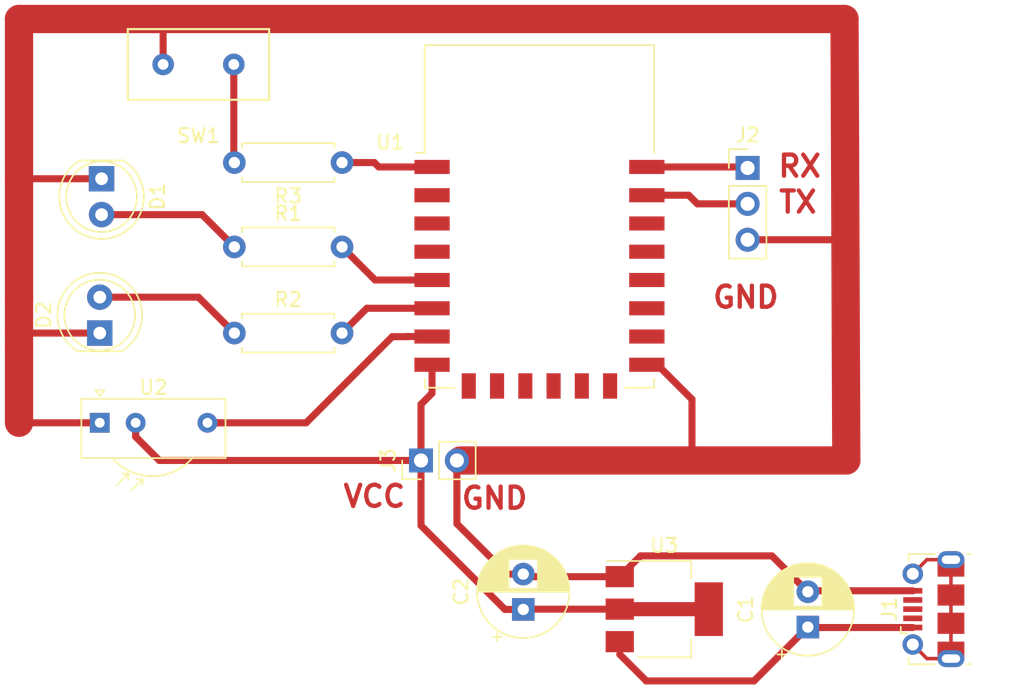
<source format=kicad_pcb>
(kicad_pcb (version 20171130) (host pcbnew "(5.0.0)")

  (general
    (thickness 1.6)
    (drawings 13)
    (tracks 89)
    (zones 0)
    (modules 14)
    (nets 31)
  )

  (page A4)
  (layers
    (0 F.Cu signal)
    (31 B.Cu signal)
    (32 B.Adhes user)
    (33 F.Adhes user)
    (34 B.Paste user)
    (35 F.Paste user)
    (36 B.SilkS user)
    (37 F.SilkS user)
    (38 B.Mask user)
    (39 F.Mask user)
    (40 Dwgs.User user)
    (41 Cmts.User user)
    (42 Eco1.User user)
    (43 Eco2.User user)
    (44 Edge.Cuts user)
    (45 Margin user)
    (46 B.CrtYd user)
    (47 F.CrtYd user)
    (48 B.Fab user)
    (49 F.Fab user)
  )

  (setup
    (last_trace_width 0.5)
    (trace_clearance 0.2)
    (zone_clearance 0.508)
    (zone_45_only yes)
    (trace_min 0.2)
    (segment_width 0.2)
    (edge_width 0.05)
    (via_size 0.8)
    (via_drill 0.4)
    (via_min_size 0.4)
    (via_min_drill 0.3)
    (uvia_size 0.3)
    (uvia_drill 0.1)
    (uvias_allowed no)
    (uvia_min_size 0.2)
    (uvia_min_drill 0.1)
    (pcb_text_width 0.3)
    (pcb_text_size 1.5 1.5)
    (mod_edge_width 0.12)
    (mod_text_size 1 1)
    (mod_text_width 0.15)
    (pad_size 1.524 1.524)
    (pad_drill 0.762)
    (pad_to_mask_clearance 0.05)
    (aux_axis_origin 0 0)
    (visible_elements 7FFFFFFF)
    (pcbplotparams
      (layerselection 0x00000_7fffffff)
      (usegerberextensions false)
      (usegerberattributes true)
      (usegerberadvancedattributes true)
      (creategerberjobfile true)
      (excludeedgelayer true)
      (linewidth 0.100000)
      (plotframeref false)
      (viasonmask false)
      (mode 1)
      (useauxorigin false)
      (hpglpennumber 1)
      (hpglpenspeed 20)
      (hpglpendiameter 15.000000)
      (psnegative false)
      (psa4output false)
      (plotreference true)
      (plotvalue true)
      (plotinvisibletext false)
      (padsonsilk false)
      (subtractmaskfromsilk false)
      (outputformat 2)
      (mirror false)
      (drillshape 2)
      (scaleselection 1)
      (outputdirectory "R:/d"))
  )

  (net 0 "")
  (net 1 "Net-(D1-Pad2)")
  (net 2 "Net-(U1-Pad20)")
  (net 3 "Net-(U1-Pad19)")
  (net 4 "Net-(U1-Pad18)")
  (net 5 "Net-(U1-Pad17)")
  (net 6 "Net-(U1-Pad16)")
  (net 7 "Net-(U1-Pad14)")
  (net 8 "Net-(U1-Pad13)")
  (net 9 "Net-(U1-Pad12)")
  (net 10 "Net-(U1-Pad11)")
  (net 11 "Net-(U1-Pad10)")
  (net 12 "Net-(U1-Pad9)")
  (net 13 "Net-(R2-Pad2)")
  (net 14 "Net-(R1-Pad2)")
  (net 15 "Net-(U1-Pad4)")
  (net 16 "Net-(U1-Pad3)")
  (net 17 "Net-(U1-Pad2)")
  (net 18 "Net-(R3-Pad2)")
  (net 19 "Net-(D2-Pad2)")
  (net 20 "Net-(R3-Pad1)")
  (net 21 "Net-(J1-Pad6)")
  (net 22 "Net-(J1-Pad3)")
  (net 23 "Net-(J1-Pad4)")
  (net 24 "Net-(J1-Pad2)")
  (net 25 "Net-(J2-Pad1)")
  (net 26 "Net-(J2-Pad2)")
  (net 27 GNDD)
  (net 28 "Net-(C2-Pad1)")
  (net 29 "Net-(C1-Pad1)")
  (net 30 "Net-(U1-Pad7)")

  (net_class Default "This is the default net class."
    (clearance 0.2)
    (trace_width 0.5)
    (via_dia 0.8)
    (via_drill 0.4)
    (uvia_dia 0.3)
    (uvia_drill 0.1)
    (add_net GNDD)
    (add_net "Net-(C1-Pad1)")
    (add_net "Net-(C2-Pad1)")
    (add_net "Net-(D1-Pad2)")
    (add_net "Net-(D2-Pad2)")
    (add_net "Net-(J1-Pad2)")
    (add_net "Net-(J1-Pad3)")
    (add_net "Net-(J1-Pad4)")
    (add_net "Net-(J1-Pad6)")
    (add_net "Net-(J2-Pad1)")
    (add_net "Net-(J2-Pad2)")
    (add_net "Net-(R1-Pad2)")
    (add_net "Net-(R2-Pad2)")
    (add_net "Net-(R3-Pad1)")
    (add_net "Net-(R3-Pad2)")
    (add_net "Net-(U1-Pad10)")
    (add_net "Net-(U1-Pad11)")
    (add_net "Net-(U1-Pad12)")
    (add_net "Net-(U1-Pad13)")
    (add_net "Net-(U1-Pad14)")
    (add_net "Net-(U1-Pad16)")
    (add_net "Net-(U1-Pad17)")
    (add_net "Net-(U1-Pad18)")
    (add_net "Net-(U1-Pad19)")
    (add_net "Net-(U1-Pad2)")
    (add_net "Net-(U1-Pad20)")
    (add_net "Net-(U1-Pad3)")
    (add_net "Net-(U1-Pad4)")
    (add_net "Net-(U1-Pad7)")
    (add_net "Net-(U1-Pad9)")
  )

  (module LED_THT:LED_D5.0mm (layer F.Cu) (tedit 5995936A) (tstamp 5EF91150)
    (at 57.785 48.895 90)
    (descr "LED, diameter 5.0mm, 2 pins, http://cdn-reichelt.de/documents/datenblatt/A500/LL-504BC2E-009.pdf")
    (tags "LED diameter 5.0mm 2 pins")
    (path /5EC8BDC8)
    (fp_text reference D2 (at 1.27 -3.96 90) (layer F.SilkS)
      (effects (font (size 1 1) (thickness 0.15)))
    )
    (fp_text value LED (at 1.27 3.96 90) (layer F.Fab)
      (effects (font (size 1 1) (thickness 0.15)))
    )
    (fp_arc (start 1.27 0) (end -1.23 -1.469694) (angle 299.1) (layer F.Fab) (width 0.1))
    (fp_arc (start 1.27 0) (end -1.29 -1.54483) (angle 148.9) (layer F.SilkS) (width 0.12))
    (fp_arc (start 1.27 0) (end -1.29 1.54483) (angle -148.9) (layer F.SilkS) (width 0.12))
    (fp_circle (center 1.27 0) (end 3.77 0) (layer F.Fab) (width 0.1))
    (fp_circle (center 1.27 0) (end 3.77 0) (layer F.SilkS) (width 0.12))
    (fp_line (start -1.23 -1.469694) (end -1.23 1.469694) (layer F.Fab) (width 0.1))
    (fp_line (start -1.29 -1.545) (end -1.29 1.545) (layer F.SilkS) (width 0.12))
    (fp_line (start -1.95 -3.25) (end -1.95 3.25) (layer F.CrtYd) (width 0.05))
    (fp_line (start -1.95 3.25) (end 4.5 3.25) (layer F.CrtYd) (width 0.05))
    (fp_line (start 4.5 3.25) (end 4.5 -3.25) (layer F.CrtYd) (width 0.05))
    (fp_line (start 4.5 -3.25) (end -1.95 -3.25) (layer F.CrtYd) (width 0.05))
    (fp_text user %R (at 1.25 0 90) (layer F.Fab)
      (effects (font (size 0.8 0.8) (thickness 0.2)))
    )
    (pad 1 thru_hole rect (at 0 0 90) (size 1.8 1.8) (drill 0.9) (layers *.Cu *.Mask)
      (net 27 GNDD))
    (pad 2 thru_hole circle (at 2.54 0 90) (size 1.8 1.8) (drill 0.9) (layers *.Cu *.Mask)
      (net 19 "Net-(D2-Pad2)"))
    (model ${KISYS3DMOD}/LED_THT.3dshapes/LED_D5.0mm.wrl
      (at (xyz 0 0 0))
      (scale (xyz 1 1 1))
      (rotate (xyz 0 0 0))
    )
  )

  (module Connector_PinHeader_2.54mm:PinHeader_1x02_P2.54mm_Vertical (layer F.Cu) (tedit 59FED5CC) (tstamp 5EF8A81F)
    (at 80.518 57.912 90)
    (descr "Through hole straight pin header, 1x02, 2.54mm pitch, single row")
    (tags "Through hole pin header THT 1x02 2.54mm single row")
    (path /5EF6F546)
    (fp_text reference J3 (at 0 -2.33 90) (layer F.SilkS)
      (effects (font (size 1 1) (thickness 0.15)))
    )
    (fp_text value ext.power (at 0 4.87 90) (layer F.Fab)
      (effects (font (size 1 1) (thickness 0.15)))
    )
    (fp_line (start -0.635 -1.27) (end 1.27 -1.27) (layer F.Fab) (width 0.1))
    (fp_line (start 1.27 -1.27) (end 1.27 3.81) (layer F.Fab) (width 0.1))
    (fp_line (start 1.27 3.81) (end -1.27 3.81) (layer F.Fab) (width 0.1))
    (fp_line (start -1.27 3.81) (end -1.27 -0.635) (layer F.Fab) (width 0.1))
    (fp_line (start -1.27 -0.635) (end -0.635 -1.27) (layer F.Fab) (width 0.1))
    (fp_line (start -1.33 3.87) (end 1.33 3.87) (layer F.SilkS) (width 0.12))
    (fp_line (start -1.33 1.27) (end -1.33 3.87) (layer F.SilkS) (width 0.12))
    (fp_line (start 1.33 1.27) (end 1.33 3.87) (layer F.SilkS) (width 0.12))
    (fp_line (start -1.33 1.27) (end 1.33 1.27) (layer F.SilkS) (width 0.12))
    (fp_line (start -1.33 0) (end -1.33 -1.33) (layer F.SilkS) (width 0.12))
    (fp_line (start -1.33 -1.33) (end 0 -1.33) (layer F.SilkS) (width 0.12))
    (fp_line (start -1.8 -1.8) (end -1.8 4.35) (layer F.CrtYd) (width 0.05))
    (fp_line (start -1.8 4.35) (end 1.8 4.35) (layer F.CrtYd) (width 0.05))
    (fp_line (start 1.8 4.35) (end 1.8 -1.8) (layer F.CrtYd) (width 0.05))
    (fp_line (start 1.8 -1.8) (end -1.8 -1.8) (layer F.CrtYd) (width 0.05))
    (fp_text user %R (at 0 1.27 180) (layer F.Fab)
      (effects (font (size 1 1) (thickness 0.15)))
    )
    (pad 1 thru_hole rect (at 0 0 90) (size 1.7 1.7) (drill 1) (layers *.Cu *.Mask)
      (net 28 "Net-(C2-Pad1)"))
    (pad 2 thru_hole oval (at 0 2.54 90) (size 1.7 1.7) (drill 1) (layers *.Cu *.Mask)
      (net 27 GNDD))
    (model ${KISYS3DMOD}/Connector_PinHeader_2.54mm.3dshapes/PinHeader_1x02_P2.54mm_Vertical.wrl
      (at (xyz 0 0 0))
      (scale (xyz 1 1 1))
      (rotate (xyz 0 0 0))
    )
  )

  (module OptoDevice:Vishay_CAST-3Pin (layer F.Cu) (tedit 5A6C9AD7) (tstamp 5EF7B7ED)
    (at 57.785 55.245)
    (descr "IR Receiver Vishay TSOP-xxxx, CAST package, see https://www.vishay.com/docs/82493/tsop311.pdf")
    (tags "IRReceiverVishayTSOP-xxxx CAST")
    (path /5EF6DEAB)
    (fp_text reference U2 (at 3.8 -2.5) (layer F.SilkS)
      (effects (font (size 1 1) (thickness 0.15)))
    )
    (fp_text value TSOP1738 (at 3.4 4.8 180) (layer F.Fab)
      (effects (font (size 1 1) (thickness 0.15)))
    )
    (fp_line (start 0.3 -2.3) (end 0 -1.9) (layer F.SilkS) (width 0.12))
    (fp_line (start -0.3 -2.3) (end 0.3 -2.3) (layer F.SilkS) (width 0.12))
    (fp_line (start 0 -1.9) (end -0.3 -2.3) (layer F.SilkS) (width 0.12))
    (fp_text user %R (at 3.8 1.017) (layer F.Fab)
      (effects (font (size 1 1) (thickness 0.15)))
    )
    (fp_line (start 0.9 2.5) (end 6.6 2.5) (layer F.SilkS) (width 0.12))
    (fp_line (start 6.5 2.5) (end 8.9 2.5) (layer F.SilkS) (width 0.12))
    (fp_line (start 8.9 2.5) (end 8.9 -1.7) (layer F.SilkS) (width 0.12))
    (fp_line (start 8.9 -1.7) (end -1.3 -1.7) (layer F.SilkS) (width 0.12))
    (fp_line (start -1.3 -1.7) (end -1.3 2.5) (layer F.SilkS) (width 0.12))
    (fp_line (start -1.3 2.5) (end 0.9 2.5) (layer F.SilkS) (width 0.12))
    (fp_line (start -1.2 -1.6) (end 8.8 -1.6) (layer F.Fab) (width 0.1))
    (fp_line (start 8.8 -1.6) (end 8.8 2.4) (layer F.Fab) (width 0.1))
    (fp_line (start 8.8 2.4) (end -1.2 2.4) (layer F.Fab) (width 0.1))
    (fp_line (start -1.2 2.4) (end -1.2 -1.6) (layer F.Fab) (width 0.1))
    (fp_line (start 2.02 3.6) (end 1.62 3.6) (layer F.SilkS) (width 0.12))
    (fp_line (start 2.02 3.6) (end 2.02 4) (layer F.SilkS) (width 0.12))
    (fp_line (start 2.02 3.6) (end 1.22 4.4) (layer F.SilkS) (width 0.12))
    (fp_line (start 3.02 4) (end 2.22 4.8) (layer F.SilkS) (width 0.12))
    (fp_line (start 3.02 4) (end 3.02 4.4) (layer F.SilkS) (width 0.12))
    (fp_line (start 3.02 4) (end 2.62 4) (layer F.SilkS) (width 0.12))
    (fp_line (start -1.45 -1.85) (end 9.05 -1.85) (layer F.CrtYd) (width 0.05))
    (fp_line (start -1.45 -1.85) (end -1.45 3.88) (layer F.CrtYd) (width 0.05))
    (fp_line (start 9.05 3.88) (end 9.05 -1.85) (layer F.CrtYd) (width 0.05))
    (fp_line (start 9.05 3.88) (end -1.45 3.88) (layer F.CrtYd) (width 0.05))
    (fp_arc (start 3.72 0) (end 6.55 2.5) (angle 97) (layer F.SilkS) (width 0.12))
    (fp_arc (start 3.72 -0.15) (end 6.47 2.45) (angle 93.5) (layer F.Fab) (width 0.1))
    (pad 1 thru_hole rect (at 0 0) (size 1.4 1.4) (drill 0.7) (layers *.Cu *.Mask)
      (net 27 GNDD))
    (pad 2 thru_hole circle (at 2.54 0) (size 1.4 1.4) (drill 0.7) (layers *.Cu *.Mask)
      (net 28 "Net-(C2-Pad1)"))
    (pad 3 thru_hole circle (at 7.62 0) (size 1.4 1.4) (drill 0.7) (layers *.Cu *.Mask)
      (net 30 "Net-(U1-Pad7)"))
    (model ${KISYS3DMOD}/OptoDevice.3dshapes/Vishay_CAST-3Pin.wrl
      (at (xyz 0 0 0))
      (scale (xyz 1 1 1))
      (rotate (xyz 0 0 0))
    )
  )

  (module "Button_Switch_THT:Button Tactile 5 MM" (layer F.Cu) (tedit 5EF5DB60) (tstamp 5EF78D24)
    (at 64.77 32.385)
    (path /5EE64224)
    (fp_text reference SW1 (at 0 2.54) (layer F.SilkS)
      (effects (font (size 1 1) (thickness 0.15)))
    )
    (fp_text value SW_DPST_x2 (at 0 0) (layer F.Fab)
      (effects (font (size 1 1) (thickness 0.15)))
    )
    (fp_line (start -5 0) (end -5 -5) (layer F.SilkS) (width 0.15))
    (fp_line (start 5 0) (end -5 0) (layer F.SilkS) (width 0.15))
    (fp_line (start 5 -5) (end 5 0) (layer F.SilkS) (width 0.15))
    (fp_line (start -5 -5) (end 5 -5) (layer F.SilkS) (width 0.15))
    (pad 2 thru_hole circle (at 2.5 -2.5) (size 1.524 1.524) (drill 0.762) (layers *.Cu *.Mask)
      (net 18 "Net-(R3-Pad2)"))
    (pad 1 thru_hole circle (at -2.5 -2.5) (size 1.524 1.524) (drill 0.762) (layers *.Cu *.Mask)
      (net 27 GNDD))
  )

  (module Resistor_THT:R_Axial_DIN0207_L6.3mm_D2.5mm_P7.62mm_Horizontal (layer F.Cu) (tedit 5AE5139B) (tstamp 5EF74669)
    (at 67.31 48.895)
    (descr "Resistor, Axial_DIN0207 series, Axial, Horizontal, pin pitch=7.62mm, 0.25W = 1/4W, length*diameter=6.3*2.5mm^2, http://cdn-reichelt.de/documents/datenblatt/B400/1_4W%23YAG.pdf")
    (tags "Resistor Axial_DIN0207 series Axial Horizontal pin pitch 7.62mm 0.25W = 1/4W length 6.3mm diameter 2.5mm")
    (path /5EC8B233)
    (fp_text reference R2 (at 3.81 -2.37) (layer F.SilkS)
      (effects (font (size 1 1) (thickness 0.15)))
    )
    (fp_text value "220 Ohm" (at 3.81 2.37) (layer F.Fab)
      (effects (font (size 1 1) (thickness 0.15)))
    )
    (fp_text user %R (at 3.81 0) (layer F.Fab)
      (effects (font (size 1 1) (thickness 0.15)))
    )
    (fp_line (start 8.67 -1.5) (end -1.05 -1.5) (layer F.CrtYd) (width 0.05))
    (fp_line (start 8.67 1.5) (end 8.67 -1.5) (layer F.CrtYd) (width 0.05))
    (fp_line (start -1.05 1.5) (end 8.67 1.5) (layer F.CrtYd) (width 0.05))
    (fp_line (start -1.05 -1.5) (end -1.05 1.5) (layer F.CrtYd) (width 0.05))
    (fp_line (start 7.08 1.37) (end 7.08 1.04) (layer F.SilkS) (width 0.12))
    (fp_line (start 0.54 1.37) (end 7.08 1.37) (layer F.SilkS) (width 0.12))
    (fp_line (start 0.54 1.04) (end 0.54 1.37) (layer F.SilkS) (width 0.12))
    (fp_line (start 7.08 -1.37) (end 7.08 -1.04) (layer F.SilkS) (width 0.12))
    (fp_line (start 0.54 -1.37) (end 7.08 -1.37) (layer F.SilkS) (width 0.12))
    (fp_line (start 0.54 -1.04) (end 0.54 -1.37) (layer F.SilkS) (width 0.12))
    (fp_line (start 7.62 0) (end 6.96 0) (layer F.Fab) (width 0.1))
    (fp_line (start 0 0) (end 0.66 0) (layer F.Fab) (width 0.1))
    (fp_line (start 6.96 -1.25) (end 0.66 -1.25) (layer F.Fab) (width 0.1))
    (fp_line (start 6.96 1.25) (end 6.96 -1.25) (layer F.Fab) (width 0.1))
    (fp_line (start 0.66 1.25) (end 6.96 1.25) (layer F.Fab) (width 0.1))
    (fp_line (start 0.66 -1.25) (end 0.66 1.25) (layer F.Fab) (width 0.1))
    (pad 2 thru_hole oval (at 7.62 0) (size 1.6 1.6) (drill 0.8) (layers *.Cu *.Mask)
      (net 13 "Net-(R2-Pad2)"))
    (pad 1 thru_hole circle (at 0 0) (size 1.6 1.6) (drill 0.8) (layers *.Cu *.Mask)
      (net 19 "Net-(D2-Pad2)"))
    (model ${KISYS3DMOD}/Resistor_THT.3dshapes/R_Axial_DIN0207_L6.3mm_D2.5mm_P7.62mm_Horizontal.wrl
      (at (xyz 0 0 0))
      (scale (xyz 1 1 1))
      (rotate (xyz 0 0 0))
    )
  )

  (module Resistor_THT:R_Axial_DIN0207_L6.3mm_D2.5mm_P7.62mm_Horizontal (layer F.Cu) (tedit 5AE5139B) (tstamp 5EF7467F)
    (at 74.93 36.83 180)
    (descr "Resistor, Axial_DIN0207 series, Axial, Horizontal, pin pitch=7.62mm, 0.25W = 1/4W, length*diameter=6.3*2.5mm^2, http://cdn-reichelt.de/documents/datenblatt/B400/1_4W%23YAG.pdf")
    (tags "Resistor Axial_DIN0207 series Axial Horizontal pin pitch 7.62mm 0.25W = 1/4W length 6.3mm diameter 2.5mm")
    (path /5EC98DDE)
    (fp_text reference R3 (at 3.81 -2.37 180) (layer F.SilkS)
      (effects (font (size 1 1) (thickness 0.15)))
    )
    (fp_text value 12k (at 3.81 2.37 180) (layer F.Fab)
      (effects (font (size 1 1) (thickness 0.15)))
    )
    (fp_text user %R (at 3.81 0 180) (layer F.Fab)
      (effects (font (size 1 1) (thickness 0.15)))
    )
    (fp_line (start 8.67 -1.5) (end -1.05 -1.5) (layer F.CrtYd) (width 0.05))
    (fp_line (start 8.67 1.5) (end 8.67 -1.5) (layer F.CrtYd) (width 0.05))
    (fp_line (start -1.05 1.5) (end 8.67 1.5) (layer F.CrtYd) (width 0.05))
    (fp_line (start -1.05 -1.5) (end -1.05 1.5) (layer F.CrtYd) (width 0.05))
    (fp_line (start 7.08 1.37) (end 7.08 1.04) (layer F.SilkS) (width 0.12))
    (fp_line (start 0.54 1.37) (end 7.08 1.37) (layer F.SilkS) (width 0.12))
    (fp_line (start 0.54 1.04) (end 0.54 1.37) (layer F.SilkS) (width 0.12))
    (fp_line (start 7.08 -1.37) (end 7.08 -1.04) (layer F.SilkS) (width 0.12))
    (fp_line (start 0.54 -1.37) (end 7.08 -1.37) (layer F.SilkS) (width 0.12))
    (fp_line (start 0.54 -1.04) (end 0.54 -1.37) (layer F.SilkS) (width 0.12))
    (fp_line (start 7.62 0) (end 6.96 0) (layer F.Fab) (width 0.1))
    (fp_line (start 0 0) (end 0.66 0) (layer F.Fab) (width 0.1))
    (fp_line (start 6.96 -1.25) (end 0.66 -1.25) (layer F.Fab) (width 0.1))
    (fp_line (start 6.96 1.25) (end 6.96 -1.25) (layer F.Fab) (width 0.1))
    (fp_line (start 0.66 1.25) (end 6.96 1.25) (layer F.Fab) (width 0.1))
    (fp_line (start 0.66 -1.25) (end 0.66 1.25) (layer F.Fab) (width 0.1))
    (pad 2 thru_hole oval (at 7.62 0 180) (size 1.6 1.6) (drill 0.8) (layers *.Cu *.Mask)
      (net 18 "Net-(R3-Pad2)"))
    (pad 1 thru_hole circle (at 0 0 180) (size 1.6 1.6) (drill 0.8) (layers *.Cu *.Mask)
      (net 20 "Net-(R3-Pad1)"))
    (model ${KISYS3DMOD}/Resistor_THT.3dshapes/R_Axial_DIN0207_L6.3mm_D2.5mm_P7.62mm_Horizontal.wrl
      (at (xyz 0 0 0))
      (scale (xyz 1 1 1))
      (rotate (xyz 0 0 0))
    )
  )

  (module Resistor_THT:R_Axial_DIN0207_L6.3mm_D2.5mm_P7.62mm_Horizontal (layer F.Cu) (tedit 5AE5139B) (tstamp 5EF74653)
    (at 67.31 42.799)
    (descr "Resistor, Axial_DIN0207 series, Axial, Horizontal, pin pitch=7.62mm, 0.25W = 1/4W, length*diameter=6.3*2.5mm^2, http://cdn-reichelt.de/documents/datenblatt/B400/1_4W%23YAG.pdf")
    (tags "Resistor Axial_DIN0207 series Axial Horizontal pin pitch 7.62mm 0.25W = 1/4W length 6.3mm diameter 2.5mm")
    (path /5EC78E02)
    (fp_text reference R1 (at 3.81 -2.37) (layer F.SilkS)
      (effects (font (size 1 1) (thickness 0.15)))
    )
    (fp_text value "220 Ohm" (at 3.81 2.37) (layer F.Fab)
      (effects (font (size 1 1) (thickness 0.15)))
    )
    (fp_text user %R (at 3.81 0) (layer F.Fab)
      (effects (font (size 1 1) (thickness 0.15)))
    )
    (fp_line (start 8.67 -1.5) (end -1.05 -1.5) (layer F.CrtYd) (width 0.05))
    (fp_line (start 8.67 1.5) (end 8.67 -1.5) (layer F.CrtYd) (width 0.05))
    (fp_line (start -1.05 1.5) (end 8.67 1.5) (layer F.CrtYd) (width 0.05))
    (fp_line (start -1.05 -1.5) (end -1.05 1.5) (layer F.CrtYd) (width 0.05))
    (fp_line (start 7.08 1.37) (end 7.08 1.04) (layer F.SilkS) (width 0.12))
    (fp_line (start 0.54 1.37) (end 7.08 1.37) (layer F.SilkS) (width 0.12))
    (fp_line (start 0.54 1.04) (end 0.54 1.37) (layer F.SilkS) (width 0.12))
    (fp_line (start 7.08 -1.37) (end 7.08 -1.04) (layer F.SilkS) (width 0.12))
    (fp_line (start 0.54 -1.37) (end 7.08 -1.37) (layer F.SilkS) (width 0.12))
    (fp_line (start 0.54 -1.04) (end 0.54 -1.37) (layer F.SilkS) (width 0.12))
    (fp_line (start 7.62 0) (end 6.96 0) (layer F.Fab) (width 0.1))
    (fp_line (start 0 0) (end 0.66 0) (layer F.Fab) (width 0.1))
    (fp_line (start 6.96 -1.25) (end 0.66 -1.25) (layer F.Fab) (width 0.1))
    (fp_line (start 6.96 1.25) (end 6.96 -1.25) (layer F.Fab) (width 0.1))
    (fp_line (start 0.66 1.25) (end 6.96 1.25) (layer F.Fab) (width 0.1))
    (fp_line (start 0.66 -1.25) (end 0.66 1.25) (layer F.Fab) (width 0.1))
    (pad 2 thru_hole oval (at 7.62 0) (size 1.6 1.6) (drill 0.8) (layers *.Cu *.Mask)
      (net 14 "Net-(R1-Pad2)"))
    (pad 1 thru_hole circle (at 0 0) (size 1.6 1.6) (drill 0.8) (layers *.Cu *.Mask)
      (net 1 "Net-(D1-Pad2)"))
    (model ${KISYS3DMOD}/Resistor_THT.3dshapes/R_Axial_DIN0207_L6.3mm_D2.5mm_P7.62mm_Horizontal.wrl
      (at (xyz 0 0 0))
      (scale (xyz 1 1 1))
      (rotate (xyz 0 0 0))
    )
  )

  (module Capacitor_THT:CP_Radial_D6.3mm_P2.50mm (layer F.Cu) (tedit 5AE50EF0) (tstamp 5EF0C810)
    (at 87.757 68.453 90)
    (descr "CP, Radial series, Radial, pin pitch=2.50mm, , diameter=6.3mm, Electrolytic Capacitor")
    (tags "CP Radial series Radial pin pitch 2.50mm  diameter 6.3mm Electrolytic Capacitor")
    (path /5EF07CFC)
    (fp_text reference C2 (at 1.25 -4.4 90) (layer F.SilkS)
      (effects (font (size 1 1) (thickness 0.15)))
    )
    (fp_text value 100mF (at 1.25 4.4 90) (layer F.Fab)
      (effects (font (size 1 1) (thickness 0.15)))
    )
    (fp_text user %R (at 1.25 0 90) (layer F.Fab)
      (effects (font (size 1 1) (thickness 0.15)))
    )
    (fp_line (start -1.935241 -2.154) (end -1.935241 -1.524) (layer F.SilkS) (width 0.12))
    (fp_line (start -2.250241 -1.839) (end -1.620241 -1.839) (layer F.SilkS) (width 0.12))
    (fp_line (start 4.491 -0.402) (end 4.491 0.402) (layer F.SilkS) (width 0.12))
    (fp_line (start 4.451 -0.633) (end 4.451 0.633) (layer F.SilkS) (width 0.12))
    (fp_line (start 4.411 -0.802) (end 4.411 0.802) (layer F.SilkS) (width 0.12))
    (fp_line (start 4.371 -0.94) (end 4.371 0.94) (layer F.SilkS) (width 0.12))
    (fp_line (start 4.331 -1.059) (end 4.331 1.059) (layer F.SilkS) (width 0.12))
    (fp_line (start 4.291 -1.165) (end 4.291 1.165) (layer F.SilkS) (width 0.12))
    (fp_line (start 4.251 -1.262) (end 4.251 1.262) (layer F.SilkS) (width 0.12))
    (fp_line (start 4.211 -1.35) (end 4.211 1.35) (layer F.SilkS) (width 0.12))
    (fp_line (start 4.171 -1.432) (end 4.171 1.432) (layer F.SilkS) (width 0.12))
    (fp_line (start 4.131 -1.509) (end 4.131 1.509) (layer F.SilkS) (width 0.12))
    (fp_line (start 4.091 -1.581) (end 4.091 1.581) (layer F.SilkS) (width 0.12))
    (fp_line (start 4.051 -1.65) (end 4.051 1.65) (layer F.SilkS) (width 0.12))
    (fp_line (start 4.011 -1.714) (end 4.011 1.714) (layer F.SilkS) (width 0.12))
    (fp_line (start 3.971 -1.776) (end 3.971 1.776) (layer F.SilkS) (width 0.12))
    (fp_line (start 3.931 -1.834) (end 3.931 1.834) (layer F.SilkS) (width 0.12))
    (fp_line (start 3.891 -1.89) (end 3.891 1.89) (layer F.SilkS) (width 0.12))
    (fp_line (start 3.851 -1.944) (end 3.851 1.944) (layer F.SilkS) (width 0.12))
    (fp_line (start 3.811 -1.995) (end 3.811 1.995) (layer F.SilkS) (width 0.12))
    (fp_line (start 3.771 -2.044) (end 3.771 2.044) (layer F.SilkS) (width 0.12))
    (fp_line (start 3.731 -2.092) (end 3.731 2.092) (layer F.SilkS) (width 0.12))
    (fp_line (start 3.691 -2.137) (end 3.691 2.137) (layer F.SilkS) (width 0.12))
    (fp_line (start 3.651 -2.182) (end 3.651 2.182) (layer F.SilkS) (width 0.12))
    (fp_line (start 3.611 -2.224) (end 3.611 2.224) (layer F.SilkS) (width 0.12))
    (fp_line (start 3.571 -2.265) (end 3.571 2.265) (layer F.SilkS) (width 0.12))
    (fp_line (start 3.531 1.04) (end 3.531 2.305) (layer F.SilkS) (width 0.12))
    (fp_line (start 3.531 -2.305) (end 3.531 -1.04) (layer F.SilkS) (width 0.12))
    (fp_line (start 3.491 1.04) (end 3.491 2.343) (layer F.SilkS) (width 0.12))
    (fp_line (start 3.491 -2.343) (end 3.491 -1.04) (layer F.SilkS) (width 0.12))
    (fp_line (start 3.451 1.04) (end 3.451 2.38) (layer F.SilkS) (width 0.12))
    (fp_line (start 3.451 -2.38) (end 3.451 -1.04) (layer F.SilkS) (width 0.12))
    (fp_line (start 3.411 1.04) (end 3.411 2.416) (layer F.SilkS) (width 0.12))
    (fp_line (start 3.411 -2.416) (end 3.411 -1.04) (layer F.SilkS) (width 0.12))
    (fp_line (start 3.371 1.04) (end 3.371 2.45) (layer F.SilkS) (width 0.12))
    (fp_line (start 3.371 -2.45) (end 3.371 -1.04) (layer F.SilkS) (width 0.12))
    (fp_line (start 3.331 1.04) (end 3.331 2.484) (layer F.SilkS) (width 0.12))
    (fp_line (start 3.331 -2.484) (end 3.331 -1.04) (layer F.SilkS) (width 0.12))
    (fp_line (start 3.291 1.04) (end 3.291 2.516) (layer F.SilkS) (width 0.12))
    (fp_line (start 3.291 -2.516) (end 3.291 -1.04) (layer F.SilkS) (width 0.12))
    (fp_line (start 3.251 1.04) (end 3.251 2.548) (layer F.SilkS) (width 0.12))
    (fp_line (start 3.251 -2.548) (end 3.251 -1.04) (layer F.SilkS) (width 0.12))
    (fp_line (start 3.211 1.04) (end 3.211 2.578) (layer F.SilkS) (width 0.12))
    (fp_line (start 3.211 -2.578) (end 3.211 -1.04) (layer F.SilkS) (width 0.12))
    (fp_line (start 3.171 1.04) (end 3.171 2.607) (layer F.SilkS) (width 0.12))
    (fp_line (start 3.171 -2.607) (end 3.171 -1.04) (layer F.SilkS) (width 0.12))
    (fp_line (start 3.131 1.04) (end 3.131 2.636) (layer F.SilkS) (width 0.12))
    (fp_line (start 3.131 -2.636) (end 3.131 -1.04) (layer F.SilkS) (width 0.12))
    (fp_line (start 3.091 1.04) (end 3.091 2.664) (layer F.SilkS) (width 0.12))
    (fp_line (start 3.091 -2.664) (end 3.091 -1.04) (layer F.SilkS) (width 0.12))
    (fp_line (start 3.051 1.04) (end 3.051 2.69) (layer F.SilkS) (width 0.12))
    (fp_line (start 3.051 -2.69) (end 3.051 -1.04) (layer F.SilkS) (width 0.12))
    (fp_line (start 3.011 1.04) (end 3.011 2.716) (layer F.SilkS) (width 0.12))
    (fp_line (start 3.011 -2.716) (end 3.011 -1.04) (layer F.SilkS) (width 0.12))
    (fp_line (start 2.971 1.04) (end 2.971 2.742) (layer F.SilkS) (width 0.12))
    (fp_line (start 2.971 -2.742) (end 2.971 -1.04) (layer F.SilkS) (width 0.12))
    (fp_line (start 2.931 1.04) (end 2.931 2.766) (layer F.SilkS) (width 0.12))
    (fp_line (start 2.931 -2.766) (end 2.931 -1.04) (layer F.SilkS) (width 0.12))
    (fp_line (start 2.891 1.04) (end 2.891 2.79) (layer F.SilkS) (width 0.12))
    (fp_line (start 2.891 -2.79) (end 2.891 -1.04) (layer F.SilkS) (width 0.12))
    (fp_line (start 2.851 1.04) (end 2.851 2.812) (layer F.SilkS) (width 0.12))
    (fp_line (start 2.851 -2.812) (end 2.851 -1.04) (layer F.SilkS) (width 0.12))
    (fp_line (start 2.811 1.04) (end 2.811 2.834) (layer F.SilkS) (width 0.12))
    (fp_line (start 2.811 -2.834) (end 2.811 -1.04) (layer F.SilkS) (width 0.12))
    (fp_line (start 2.771 1.04) (end 2.771 2.856) (layer F.SilkS) (width 0.12))
    (fp_line (start 2.771 -2.856) (end 2.771 -1.04) (layer F.SilkS) (width 0.12))
    (fp_line (start 2.731 1.04) (end 2.731 2.876) (layer F.SilkS) (width 0.12))
    (fp_line (start 2.731 -2.876) (end 2.731 -1.04) (layer F.SilkS) (width 0.12))
    (fp_line (start 2.691 1.04) (end 2.691 2.896) (layer F.SilkS) (width 0.12))
    (fp_line (start 2.691 -2.896) (end 2.691 -1.04) (layer F.SilkS) (width 0.12))
    (fp_line (start 2.651 1.04) (end 2.651 2.916) (layer F.SilkS) (width 0.12))
    (fp_line (start 2.651 -2.916) (end 2.651 -1.04) (layer F.SilkS) (width 0.12))
    (fp_line (start 2.611 1.04) (end 2.611 2.934) (layer F.SilkS) (width 0.12))
    (fp_line (start 2.611 -2.934) (end 2.611 -1.04) (layer F.SilkS) (width 0.12))
    (fp_line (start 2.571 1.04) (end 2.571 2.952) (layer F.SilkS) (width 0.12))
    (fp_line (start 2.571 -2.952) (end 2.571 -1.04) (layer F.SilkS) (width 0.12))
    (fp_line (start 2.531 1.04) (end 2.531 2.97) (layer F.SilkS) (width 0.12))
    (fp_line (start 2.531 -2.97) (end 2.531 -1.04) (layer F.SilkS) (width 0.12))
    (fp_line (start 2.491 1.04) (end 2.491 2.986) (layer F.SilkS) (width 0.12))
    (fp_line (start 2.491 -2.986) (end 2.491 -1.04) (layer F.SilkS) (width 0.12))
    (fp_line (start 2.451 1.04) (end 2.451 3.002) (layer F.SilkS) (width 0.12))
    (fp_line (start 2.451 -3.002) (end 2.451 -1.04) (layer F.SilkS) (width 0.12))
    (fp_line (start 2.411 1.04) (end 2.411 3.018) (layer F.SilkS) (width 0.12))
    (fp_line (start 2.411 -3.018) (end 2.411 -1.04) (layer F.SilkS) (width 0.12))
    (fp_line (start 2.371 1.04) (end 2.371 3.033) (layer F.SilkS) (width 0.12))
    (fp_line (start 2.371 -3.033) (end 2.371 -1.04) (layer F.SilkS) (width 0.12))
    (fp_line (start 2.331 1.04) (end 2.331 3.047) (layer F.SilkS) (width 0.12))
    (fp_line (start 2.331 -3.047) (end 2.331 -1.04) (layer F.SilkS) (width 0.12))
    (fp_line (start 2.291 1.04) (end 2.291 3.061) (layer F.SilkS) (width 0.12))
    (fp_line (start 2.291 -3.061) (end 2.291 -1.04) (layer F.SilkS) (width 0.12))
    (fp_line (start 2.251 1.04) (end 2.251 3.074) (layer F.SilkS) (width 0.12))
    (fp_line (start 2.251 -3.074) (end 2.251 -1.04) (layer F.SilkS) (width 0.12))
    (fp_line (start 2.211 1.04) (end 2.211 3.086) (layer F.SilkS) (width 0.12))
    (fp_line (start 2.211 -3.086) (end 2.211 -1.04) (layer F.SilkS) (width 0.12))
    (fp_line (start 2.171 1.04) (end 2.171 3.098) (layer F.SilkS) (width 0.12))
    (fp_line (start 2.171 -3.098) (end 2.171 -1.04) (layer F.SilkS) (width 0.12))
    (fp_line (start 2.131 1.04) (end 2.131 3.11) (layer F.SilkS) (width 0.12))
    (fp_line (start 2.131 -3.11) (end 2.131 -1.04) (layer F.SilkS) (width 0.12))
    (fp_line (start 2.091 1.04) (end 2.091 3.121) (layer F.SilkS) (width 0.12))
    (fp_line (start 2.091 -3.121) (end 2.091 -1.04) (layer F.SilkS) (width 0.12))
    (fp_line (start 2.051 1.04) (end 2.051 3.131) (layer F.SilkS) (width 0.12))
    (fp_line (start 2.051 -3.131) (end 2.051 -1.04) (layer F.SilkS) (width 0.12))
    (fp_line (start 2.011 1.04) (end 2.011 3.141) (layer F.SilkS) (width 0.12))
    (fp_line (start 2.011 -3.141) (end 2.011 -1.04) (layer F.SilkS) (width 0.12))
    (fp_line (start 1.971 1.04) (end 1.971 3.15) (layer F.SilkS) (width 0.12))
    (fp_line (start 1.971 -3.15) (end 1.971 -1.04) (layer F.SilkS) (width 0.12))
    (fp_line (start 1.93 1.04) (end 1.93 3.159) (layer F.SilkS) (width 0.12))
    (fp_line (start 1.93 -3.159) (end 1.93 -1.04) (layer F.SilkS) (width 0.12))
    (fp_line (start 1.89 1.04) (end 1.89 3.167) (layer F.SilkS) (width 0.12))
    (fp_line (start 1.89 -3.167) (end 1.89 -1.04) (layer F.SilkS) (width 0.12))
    (fp_line (start 1.85 1.04) (end 1.85 3.175) (layer F.SilkS) (width 0.12))
    (fp_line (start 1.85 -3.175) (end 1.85 -1.04) (layer F.SilkS) (width 0.12))
    (fp_line (start 1.81 1.04) (end 1.81 3.182) (layer F.SilkS) (width 0.12))
    (fp_line (start 1.81 -3.182) (end 1.81 -1.04) (layer F.SilkS) (width 0.12))
    (fp_line (start 1.77 1.04) (end 1.77 3.189) (layer F.SilkS) (width 0.12))
    (fp_line (start 1.77 -3.189) (end 1.77 -1.04) (layer F.SilkS) (width 0.12))
    (fp_line (start 1.73 1.04) (end 1.73 3.195) (layer F.SilkS) (width 0.12))
    (fp_line (start 1.73 -3.195) (end 1.73 -1.04) (layer F.SilkS) (width 0.12))
    (fp_line (start 1.69 1.04) (end 1.69 3.201) (layer F.SilkS) (width 0.12))
    (fp_line (start 1.69 -3.201) (end 1.69 -1.04) (layer F.SilkS) (width 0.12))
    (fp_line (start 1.65 1.04) (end 1.65 3.206) (layer F.SilkS) (width 0.12))
    (fp_line (start 1.65 -3.206) (end 1.65 -1.04) (layer F.SilkS) (width 0.12))
    (fp_line (start 1.61 1.04) (end 1.61 3.211) (layer F.SilkS) (width 0.12))
    (fp_line (start 1.61 -3.211) (end 1.61 -1.04) (layer F.SilkS) (width 0.12))
    (fp_line (start 1.57 1.04) (end 1.57 3.215) (layer F.SilkS) (width 0.12))
    (fp_line (start 1.57 -3.215) (end 1.57 -1.04) (layer F.SilkS) (width 0.12))
    (fp_line (start 1.53 1.04) (end 1.53 3.218) (layer F.SilkS) (width 0.12))
    (fp_line (start 1.53 -3.218) (end 1.53 -1.04) (layer F.SilkS) (width 0.12))
    (fp_line (start 1.49 1.04) (end 1.49 3.222) (layer F.SilkS) (width 0.12))
    (fp_line (start 1.49 -3.222) (end 1.49 -1.04) (layer F.SilkS) (width 0.12))
    (fp_line (start 1.45 -3.224) (end 1.45 3.224) (layer F.SilkS) (width 0.12))
    (fp_line (start 1.41 -3.227) (end 1.41 3.227) (layer F.SilkS) (width 0.12))
    (fp_line (start 1.37 -3.228) (end 1.37 3.228) (layer F.SilkS) (width 0.12))
    (fp_line (start 1.33 -3.23) (end 1.33 3.23) (layer F.SilkS) (width 0.12))
    (fp_line (start 1.29 -3.23) (end 1.29 3.23) (layer F.SilkS) (width 0.12))
    (fp_line (start 1.25 -3.23) (end 1.25 3.23) (layer F.SilkS) (width 0.12))
    (fp_line (start -1.128972 -1.6885) (end -1.128972 -1.0585) (layer F.Fab) (width 0.1))
    (fp_line (start -1.443972 -1.3735) (end -0.813972 -1.3735) (layer F.Fab) (width 0.1))
    (fp_circle (center 1.25 0) (end 4.65 0) (layer F.CrtYd) (width 0.05))
    (fp_circle (center 1.25 0) (end 4.52 0) (layer F.SilkS) (width 0.12))
    (fp_circle (center 1.25 0) (end 4.4 0) (layer F.Fab) (width 0.1))
    (pad 2 thru_hole circle (at 2.5 0 90) (size 1.6 1.6) (drill 0.8) (layers *.Cu *.Mask)
      (net 27 GNDD))
    (pad 1 thru_hole rect (at 0 0 90) (size 1.6 1.6) (drill 0.8) (layers *.Cu *.Mask)
      (net 28 "Net-(C2-Pad1)"))
    (model ${KISYS3DMOD}/Capacitor_THT.3dshapes/CP_Radial_D6.3mm_P2.50mm.wrl
      (at (xyz 0 0 0))
      (scale (xyz 1 1 1))
      (rotate (xyz 0 0 0))
    )
  )

  (module Capacitor_THT:CP_Radial_D6.3mm_P2.50mm (layer F.Cu) (tedit 5AE50EF0) (tstamp 5EF0C77C)
    (at 107.893536 69.703286 90)
    (descr "CP, Radial series, Radial, pin pitch=2.50mm, , diameter=6.3mm, Electrolytic Capacitor")
    (tags "CP Radial series Radial pin pitch 2.50mm  diameter 6.3mm Electrolytic Capacitor")
    (path /5EF06E8C)
    (fp_text reference C1 (at 1.25 -4.4 90) (layer F.SilkS)
      (effects (font (size 1 1) (thickness 0.15)))
    )
    (fp_text value 100mF (at 1.25 4.4 90) (layer F.Fab)
      (effects (font (size 1 1) (thickness 0.15)))
    )
    (fp_text user %R (at 1.25 0 90) (layer F.Fab)
      (effects (font (size 1 1) (thickness 0.15)))
    )
    (fp_line (start -1.935241 -2.154) (end -1.935241 -1.524) (layer F.SilkS) (width 0.12))
    (fp_line (start -2.250241 -1.839) (end -1.620241 -1.839) (layer F.SilkS) (width 0.12))
    (fp_line (start 4.491 -0.402) (end 4.491 0.402) (layer F.SilkS) (width 0.12))
    (fp_line (start 4.451 -0.633) (end 4.451 0.633) (layer F.SilkS) (width 0.12))
    (fp_line (start 4.411 -0.802) (end 4.411 0.802) (layer F.SilkS) (width 0.12))
    (fp_line (start 4.371 -0.94) (end 4.371 0.94) (layer F.SilkS) (width 0.12))
    (fp_line (start 4.331 -1.059) (end 4.331 1.059) (layer F.SilkS) (width 0.12))
    (fp_line (start 4.291 -1.165) (end 4.291 1.165) (layer F.SilkS) (width 0.12))
    (fp_line (start 4.251 -1.262) (end 4.251 1.262) (layer F.SilkS) (width 0.12))
    (fp_line (start 4.211 -1.35) (end 4.211 1.35) (layer F.SilkS) (width 0.12))
    (fp_line (start 4.171 -1.432) (end 4.171 1.432) (layer F.SilkS) (width 0.12))
    (fp_line (start 4.131 -1.509) (end 4.131 1.509) (layer F.SilkS) (width 0.12))
    (fp_line (start 4.091 -1.581) (end 4.091 1.581) (layer F.SilkS) (width 0.12))
    (fp_line (start 4.051 -1.65) (end 4.051 1.65) (layer F.SilkS) (width 0.12))
    (fp_line (start 4.011 -1.714) (end 4.011 1.714) (layer F.SilkS) (width 0.12))
    (fp_line (start 3.971 -1.776) (end 3.971 1.776) (layer F.SilkS) (width 0.12))
    (fp_line (start 3.931 -1.834) (end 3.931 1.834) (layer F.SilkS) (width 0.12))
    (fp_line (start 3.891 -1.89) (end 3.891 1.89) (layer F.SilkS) (width 0.12))
    (fp_line (start 3.851 -1.944) (end 3.851 1.944) (layer F.SilkS) (width 0.12))
    (fp_line (start 3.811 -1.995) (end 3.811 1.995) (layer F.SilkS) (width 0.12))
    (fp_line (start 3.771 -2.044) (end 3.771 2.044) (layer F.SilkS) (width 0.12))
    (fp_line (start 3.731 -2.092) (end 3.731 2.092) (layer F.SilkS) (width 0.12))
    (fp_line (start 3.691 -2.137) (end 3.691 2.137) (layer F.SilkS) (width 0.12))
    (fp_line (start 3.651 -2.182) (end 3.651 2.182) (layer F.SilkS) (width 0.12))
    (fp_line (start 3.611 -2.224) (end 3.611 2.224) (layer F.SilkS) (width 0.12))
    (fp_line (start 3.571 -2.265) (end 3.571 2.265) (layer F.SilkS) (width 0.12))
    (fp_line (start 3.531 1.04) (end 3.531 2.305) (layer F.SilkS) (width 0.12))
    (fp_line (start 3.531 -2.305) (end 3.531 -1.04) (layer F.SilkS) (width 0.12))
    (fp_line (start 3.491 1.04) (end 3.491 2.343) (layer F.SilkS) (width 0.12))
    (fp_line (start 3.491 -2.343) (end 3.491 -1.04) (layer F.SilkS) (width 0.12))
    (fp_line (start 3.451 1.04) (end 3.451 2.38) (layer F.SilkS) (width 0.12))
    (fp_line (start 3.451 -2.38) (end 3.451 -1.04) (layer F.SilkS) (width 0.12))
    (fp_line (start 3.411 1.04) (end 3.411 2.416) (layer F.SilkS) (width 0.12))
    (fp_line (start 3.411 -2.416) (end 3.411 -1.04) (layer F.SilkS) (width 0.12))
    (fp_line (start 3.371 1.04) (end 3.371 2.45) (layer F.SilkS) (width 0.12))
    (fp_line (start 3.371 -2.45) (end 3.371 -1.04) (layer F.SilkS) (width 0.12))
    (fp_line (start 3.331 1.04) (end 3.331 2.484) (layer F.SilkS) (width 0.12))
    (fp_line (start 3.331 -2.484) (end 3.331 -1.04) (layer F.SilkS) (width 0.12))
    (fp_line (start 3.291 1.04) (end 3.291 2.516) (layer F.SilkS) (width 0.12))
    (fp_line (start 3.291 -2.516) (end 3.291 -1.04) (layer F.SilkS) (width 0.12))
    (fp_line (start 3.251 1.04) (end 3.251 2.548) (layer F.SilkS) (width 0.12))
    (fp_line (start 3.251 -2.548) (end 3.251 -1.04) (layer F.SilkS) (width 0.12))
    (fp_line (start 3.211 1.04) (end 3.211 2.578) (layer F.SilkS) (width 0.12))
    (fp_line (start 3.211 -2.578) (end 3.211 -1.04) (layer F.SilkS) (width 0.12))
    (fp_line (start 3.171 1.04) (end 3.171 2.607) (layer F.SilkS) (width 0.12))
    (fp_line (start 3.171 -2.607) (end 3.171 -1.04) (layer F.SilkS) (width 0.12))
    (fp_line (start 3.131 1.04) (end 3.131 2.636) (layer F.SilkS) (width 0.12))
    (fp_line (start 3.131 -2.636) (end 3.131 -1.04) (layer F.SilkS) (width 0.12))
    (fp_line (start 3.091 1.04) (end 3.091 2.664) (layer F.SilkS) (width 0.12))
    (fp_line (start 3.091 -2.664) (end 3.091 -1.04) (layer F.SilkS) (width 0.12))
    (fp_line (start 3.051 1.04) (end 3.051 2.69) (layer F.SilkS) (width 0.12))
    (fp_line (start 3.051 -2.69) (end 3.051 -1.04) (layer F.SilkS) (width 0.12))
    (fp_line (start 3.011 1.04) (end 3.011 2.716) (layer F.SilkS) (width 0.12))
    (fp_line (start 3.011 -2.716) (end 3.011 -1.04) (layer F.SilkS) (width 0.12))
    (fp_line (start 2.971 1.04) (end 2.971 2.742) (layer F.SilkS) (width 0.12))
    (fp_line (start 2.971 -2.742) (end 2.971 -1.04) (layer F.SilkS) (width 0.12))
    (fp_line (start 2.931 1.04) (end 2.931 2.766) (layer F.SilkS) (width 0.12))
    (fp_line (start 2.931 -2.766) (end 2.931 -1.04) (layer F.SilkS) (width 0.12))
    (fp_line (start 2.891 1.04) (end 2.891 2.79) (layer F.SilkS) (width 0.12))
    (fp_line (start 2.891 -2.79) (end 2.891 -1.04) (layer F.SilkS) (width 0.12))
    (fp_line (start 2.851 1.04) (end 2.851 2.812) (layer F.SilkS) (width 0.12))
    (fp_line (start 2.851 -2.812) (end 2.851 -1.04) (layer F.SilkS) (width 0.12))
    (fp_line (start 2.811 1.04) (end 2.811 2.834) (layer F.SilkS) (width 0.12))
    (fp_line (start 2.811 -2.834) (end 2.811 -1.04) (layer F.SilkS) (width 0.12))
    (fp_line (start 2.771 1.04) (end 2.771 2.856) (layer F.SilkS) (width 0.12))
    (fp_line (start 2.771 -2.856) (end 2.771 -1.04) (layer F.SilkS) (width 0.12))
    (fp_line (start 2.731 1.04) (end 2.731 2.876) (layer F.SilkS) (width 0.12))
    (fp_line (start 2.731 -2.876) (end 2.731 -1.04) (layer F.SilkS) (width 0.12))
    (fp_line (start 2.691 1.04) (end 2.691 2.896) (layer F.SilkS) (width 0.12))
    (fp_line (start 2.691 -2.896) (end 2.691 -1.04) (layer F.SilkS) (width 0.12))
    (fp_line (start 2.651 1.04) (end 2.651 2.916) (layer F.SilkS) (width 0.12))
    (fp_line (start 2.651 -2.916) (end 2.651 -1.04) (layer F.SilkS) (width 0.12))
    (fp_line (start 2.611 1.04) (end 2.611 2.934) (layer F.SilkS) (width 0.12))
    (fp_line (start 2.611 -2.934) (end 2.611 -1.04) (layer F.SilkS) (width 0.12))
    (fp_line (start 2.571 1.04) (end 2.571 2.952) (layer F.SilkS) (width 0.12))
    (fp_line (start 2.571 -2.952) (end 2.571 -1.04) (layer F.SilkS) (width 0.12))
    (fp_line (start 2.531 1.04) (end 2.531 2.97) (layer F.SilkS) (width 0.12))
    (fp_line (start 2.531 -2.97) (end 2.531 -1.04) (layer F.SilkS) (width 0.12))
    (fp_line (start 2.491 1.04) (end 2.491 2.986) (layer F.SilkS) (width 0.12))
    (fp_line (start 2.491 -2.986) (end 2.491 -1.04) (layer F.SilkS) (width 0.12))
    (fp_line (start 2.451 1.04) (end 2.451 3.002) (layer F.SilkS) (width 0.12))
    (fp_line (start 2.451 -3.002) (end 2.451 -1.04) (layer F.SilkS) (width 0.12))
    (fp_line (start 2.411 1.04) (end 2.411 3.018) (layer F.SilkS) (width 0.12))
    (fp_line (start 2.411 -3.018) (end 2.411 -1.04) (layer F.SilkS) (width 0.12))
    (fp_line (start 2.371 1.04) (end 2.371 3.033) (layer F.SilkS) (width 0.12))
    (fp_line (start 2.371 -3.033) (end 2.371 -1.04) (layer F.SilkS) (width 0.12))
    (fp_line (start 2.331 1.04) (end 2.331 3.047) (layer F.SilkS) (width 0.12))
    (fp_line (start 2.331 -3.047) (end 2.331 -1.04) (layer F.SilkS) (width 0.12))
    (fp_line (start 2.291 1.04) (end 2.291 3.061) (layer F.SilkS) (width 0.12))
    (fp_line (start 2.291 -3.061) (end 2.291 -1.04) (layer F.SilkS) (width 0.12))
    (fp_line (start 2.251 1.04) (end 2.251 3.074) (layer F.SilkS) (width 0.12))
    (fp_line (start 2.251 -3.074) (end 2.251 -1.04) (layer F.SilkS) (width 0.12))
    (fp_line (start 2.211 1.04) (end 2.211 3.086) (layer F.SilkS) (width 0.12))
    (fp_line (start 2.211 -3.086) (end 2.211 -1.04) (layer F.SilkS) (width 0.12))
    (fp_line (start 2.171 1.04) (end 2.171 3.098) (layer F.SilkS) (width 0.12))
    (fp_line (start 2.171 -3.098) (end 2.171 -1.04) (layer F.SilkS) (width 0.12))
    (fp_line (start 2.131 1.04) (end 2.131 3.11) (layer F.SilkS) (width 0.12))
    (fp_line (start 2.131 -3.11) (end 2.131 -1.04) (layer F.SilkS) (width 0.12))
    (fp_line (start 2.091 1.04) (end 2.091 3.121) (layer F.SilkS) (width 0.12))
    (fp_line (start 2.091 -3.121) (end 2.091 -1.04) (layer F.SilkS) (width 0.12))
    (fp_line (start 2.051 1.04) (end 2.051 3.131) (layer F.SilkS) (width 0.12))
    (fp_line (start 2.051 -3.131) (end 2.051 -1.04) (layer F.SilkS) (width 0.12))
    (fp_line (start 2.011 1.04) (end 2.011 3.141) (layer F.SilkS) (width 0.12))
    (fp_line (start 2.011 -3.141) (end 2.011 -1.04) (layer F.SilkS) (width 0.12))
    (fp_line (start 1.971 1.04) (end 1.971 3.15) (layer F.SilkS) (width 0.12))
    (fp_line (start 1.971 -3.15) (end 1.971 -1.04) (layer F.SilkS) (width 0.12))
    (fp_line (start 1.93 1.04) (end 1.93 3.159) (layer F.SilkS) (width 0.12))
    (fp_line (start 1.93 -3.159) (end 1.93 -1.04) (layer F.SilkS) (width 0.12))
    (fp_line (start 1.89 1.04) (end 1.89 3.167) (layer F.SilkS) (width 0.12))
    (fp_line (start 1.89 -3.167) (end 1.89 -1.04) (layer F.SilkS) (width 0.12))
    (fp_line (start 1.85 1.04) (end 1.85 3.175) (layer F.SilkS) (width 0.12))
    (fp_line (start 1.85 -3.175) (end 1.85 -1.04) (layer F.SilkS) (width 0.12))
    (fp_line (start 1.81 1.04) (end 1.81 3.182) (layer F.SilkS) (width 0.12))
    (fp_line (start 1.81 -3.182) (end 1.81 -1.04) (layer F.SilkS) (width 0.12))
    (fp_line (start 1.77 1.04) (end 1.77 3.189) (layer F.SilkS) (width 0.12))
    (fp_line (start 1.77 -3.189) (end 1.77 -1.04) (layer F.SilkS) (width 0.12))
    (fp_line (start 1.73 1.04) (end 1.73 3.195) (layer F.SilkS) (width 0.12))
    (fp_line (start 1.73 -3.195) (end 1.73 -1.04) (layer F.SilkS) (width 0.12))
    (fp_line (start 1.69 1.04) (end 1.69 3.201) (layer F.SilkS) (width 0.12))
    (fp_line (start 1.69 -3.201) (end 1.69 -1.04) (layer F.SilkS) (width 0.12))
    (fp_line (start 1.65 1.04) (end 1.65 3.206) (layer F.SilkS) (width 0.12))
    (fp_line (start 1.65 -3.206) (end 1.65 -1.04) (layer F.SilkS) (width 0.12))
    (fp_line (start 1.61 1.04) (end 1.61 3.211) (layer F.SilkS) (width 0.12))
    (fp_line (start 1.61 -3.211) (end 1.61 -1.04) (layer F.SilkS) (width 0.12))
    (fp_line (start 1.57 1.04) (end 1.57 3.215) (layer F.SilkS) (width 0.12))
    (fp_line (start 1.57 -3.215) (end 1.57 -1.04) (layer F.SilkS) (width 0.12))
    (fp_line (start 1.53 1.04) (end 1.53 3.218) (layer F.SilkS) (width 0.12))
    (fp_line (start 1.53 -3.218) (end 1.53 -1.04) (layer F.SilkS) (width 0.12))
    (fp_line (start 1.49 1.04) (end 1.49 3.222) (layer F.SilkS) (width 0.12))
    (fp_line (start 1.49 -3.222) (end 1.49 -1.04) (layer F.SilkS) (width 0.12))
    (fp_line (start 1.45 -3.224) (end 1.45 3.224) (layer F.SilkS) (width 0.12))
    (fp_line (start 1.41 -3.227) (end 1.41 3.227) (layer F.SilkS) (width 0.12))
    (fp_line (start 1.37 -3.228) (end 1.37 3.228) (layer F.SilkS) (width 0.12))
    (fp_line (start 1.33 -3.23) (end 1.33 3.23) (layer F.SilkS) (width 0.12))
    (fp_line (start 1.29 -3.23) (end 1.29 3.23) (layer F.SilkS) (width 0.12))
    (fp_line (start 1.25 -3.23) (end 1.25 3.23) (layer F.SilkS) (width 0.12))
    (fp_line (start -1.128972 -1.6885) (end -1.128972 -1.0585) (layer F.Fab) (width 0.1))
    (fp_line (start -1.443972 -1.3735) (end -0.813972 -1.3735) (layer F.Fab) (width 0.1))
    (fp_circle (center 1.25 0) (end 4.65 0) (layer F.CrtYd) (width 0.05))
    (fp_circle (center 1.25 0) (end 4.52 0) (layer F.SilkS) (width 0.12))
    (fp_circle (center 1.25 0) (end 4.4 0) (layer F.Fab) (width 0.1))
    (pad 2 thru_hole circle (at 2.5 0 90) (size 1.6 1.6) (drill 0.8) (layers *.Cu *.Mask)
      (net 27 GNDD))
    (pad 1 thru_hole rect (at 0 0 90) (size 1.6 1.6) (drill 0.8) (layers *.Cu *.Mask)
      (net 29 "Net-(C1-Pad1)"))
    (model ${KISYS3DMOD}/Capacitor_THT.3dshapes/CP_Radial_D6.3mm_P2.50mm.wrl
      (at (xyz 0 0 0))
      (scale (xyz 1 1 1))
      (rotate (xyz 0 0 0))
    )
  )

  (module Connector_PinHeader_2.54mm:PinHeader_1x03_P2.54mm_Vertical (layer F.Cu) (tedit 59FED5CC) (tstamp 5EE69777)
    (at 103.632 37.211)
    (descr "Through hole straight pin header, 1x03, 2.54mm pitch, single row")
    (tags "Through hole pin header THT 1x03 2.54mm single row")
    (path /5EF0C82F)
    (fp_text reference J2 (at 0 -2.33) (layer F.SilkS)
      (effects (font (size 1 1) (thickness 0.15)))
    )
    (fp_text value Conn_01x03 (at 0 7.41) (layer F.Fab)
      (effects (font (size 1 1) (thickness 0.15)))
    )
    (fp_text user %R (at 0 2.54 90) (layer F.Fab)
      (effects (font (size 1 1) (thickness 0.15)))
    )
    (fp_line (start 1.8 -1.8) (end -1.8 -1.8) (layer F.CrtYd) (width 0.05))
    (fp_line (start 1.8 6.85) (end 1.8 -1.8) (layer F.CrtYd) (width 0.05))
    (fp_line (start -1.8 6.85) (end 1.8 6.85) (layer F.CrtYd) (width 0.05))
    (fp_line (start -1.8 -1.8) (end -1.8 6.85) (layer F.CrtYd) (width 0.05))
    (fp_line (start -1.33 -1.33) (end 0 -1.33) (layer F.SilkS) (width 0.12))
    (fp_line (start -1.33 0) (end -1.33 -1.33) (layer F.SilkS) (width 0.12))
    (fp_line (start -1.33 1.27) (end 1.33 1.27) (layer F.SilkS) (width 0.12))
    (fp_line (start 1.33 1.27) (end 1.33 6.41) (layer F.SilkS) (width 0.12))
    (fp_line (start -1.33 1.27) (end -1.33 6.41) (layer F.SilkS) (width 0.12))
    (fp_line (start -1.33 6.41) (end 1.33 6.41) (layer F.SilkS) (width 0.12))
    (fp_line (start -1.27 -0.635) (end -0.635 -1.27) (layer F.Fab) (width 0.1))
    (fp_line (start -1.27 6.35) (end -1.27 -0.635) (layer F.Fab) (width 0.1))
    (fp_line (start 1.27 6.35) (end -1.27 6.35) (layer F.Fab) (width 0.1))
    (fp_line (start 1.27 -1.27) (end 1.27 6.35) (layer F.Fab) (width 0.1))
    (fp_line (start -0.635 -1.27) (end 1.27 -1.27) (layer F.Fab) (width 0.1))
    (pad 3 thru_hole oval (at 0 5.08) (size 1.7 1.7) (drill 1) (layers *.Cu *.Mask)
      (net 27 GNDD))
    (pad 2 thru_hole oval (at 0 2.54) (size 1.7 1.7) (drill 1) (layers *.Cu *.Mask)
      (net 26 "Net-(J2-Pad2)"))
    (pad 1 thru_hole rect (at 0 0) (size 1.7 1.7) (drill 1) (layers *.Cu *.Mask)
      (net 25 "Net-(J2-Pad1)"))
    (model ${KISYS3DMOD}/Connector_PinHeader_2.54mm.3dshapes/PinHeader_1x03_P2.54mm_Vertical.wrl
      (at (xyz 0 0 0))
      (scale (xyz 1 1 1))
      (rotate (xyz 0 0 0))
    )
  )

  (module Connector_USB:USB_Micro-B_Molex-105017-0001 (layer F.Cu) (tedit 5A1DC0BE) (tstamp 5EC7BA85)
    (at 116.783536 68.433286 90)
    (descr http://www.molex.com/pdm_docs/sd/1050170001_sd.pdf)
    (tags "Micro-USB SMD Typ-B")
    (path /5ECADDAC)
    (attr smd)
    (fp_text reference J1 (at 0 -3.1125 -90) (layer F.SilkS)
      (effects (font (size 1 1) (thickness 0.15)))
    )
    (fp_text value USB_B_Micro (at 0.3 4.3375 -90) (layer F.Fab)
      (effects (font (size 1 1) (thickness 0.15)))
    )
    (fp_line (start -1.1 -2.1225) (end -1.1 -1.9125) (layer F.Fab) (width 0.1))
    (fp_line (start -1.5 -2.1225) (end -1.5 -1.9125) (layer F.Fab) (width 0.1))
    (fp_line (start -1.5 -2.1225) (end -1.1 -2.1225) (layer F.Fab) (width 0.1))
    (fp_line (start -1.1 -1.9125) (end -1.3 -1.7125) (layer F.Fab) (width 0.1))
    (fp_line (start -1.3 -1.7125) (end -1.5 -1.9125) (layer F.Fab) (width 0.1))
    (fp_line (start -1.7 -2.3125) (end -1.7 -1.8625) (layer F.SilkS) (width 0.12))
    (fp_line (start -1.7 -2.3125) (end -1.25 -2.3125) (layer F.SilkS) (width 0.12))
    (fp_line (start 3.9 -1.7625) (end 3.45 -1.7625) (layer F.SilkS) (width 0.12))
    (fp_line (start 3.9 0.0875) (end 3.9 -1.7625) (layer F.SilkS) (width 0.12))
    (fp_line (start -3.9 2.6375) (end -3.9 2.3875) (layer F.SilkS) (width 0.12))
    (fp_line (start -3.75 3.3875) (end -3.75 -1.6125) (layer F.Fab) (width 0.1))
    (fp_line (start -3.75 -1.6125) (end 3.75 -1.6125) (layer F.Fab) (width 0.1))
    (fp_line (start -3.75 3.389204) (end 3.75 3.389204) (layer F.Fab) (width 0.1))
    (fp_line (start -3 2.689204) (end 3 2.689204) (layer F.Fab) (width 0.1))
    (fp_line (start 3.75 3.3875) (end 3.75 -1.6125) (layer F.Fab) (width 0.1))
    (fp_line (start 3.9 2.6375) (end 3.9 2.3875) (layer F.SilkS) (width 0.12))
    (fp_line (start -3.9 0.0875) (end -3.9 -1.7625) (layer F.SilkS) (width 0.12))
    (fp_line (start -3.9 -1.7625) (end -3.45 -1.7625) (layer F.SilkS) (width 0.12))
    (fp_line (start -4.4 3.64) (end -4.4 -2.46) (layer F.CrtYd) (width 0.05))
    (fp_line (start -4.4 -2.46) (end 4.4 -2.46) (layer F.CrtYd) (width 0.05))
    (fp_line (start 4.4 -2.46) (end 4.4 3.64) (layer F.CrtYd) (width 0.05))
    (fp_line (start -4.4 3.64) (end 4.4 3.64) (layer F.CrtYd) (width 0.05))
    (fp_text user %R (at 0 0.8875 90) (layer F.Fab)
      (effects (font (size 1 1) (thickness 0.15)))
    )
    (fp_text user "PCB Edge" (at 0 2.6875 90) (layer Dwgs.User)
      (effects (font (size 0.5 0.5) (thickness 0.08)))
    )
    (pad 6 smd rect (at -2.9 1.2375 90) (size 1.2 1.9) (layers F.Cu F.Mask)
      (net 21 "Net-(J1-Pad6)"))
    (pad 6 smd rect (at 2.9 1.2375 90) (size 1.2 1.9) (layers F.Cu F.Mask)
      (net 21 "Net-(J1-Pad6)"))
    (pad 6 thru_hole oval (at 3.5 1.2375 90) (size 1.2 1.9) (drill oval 0.6 1.3) (layers *.Cu *.Mask)
      (net 21 "Net-(J1-Pad6)"))
    (pad 6 thru_hole oval (at -3.5 1.2375 270) (size 1.2 1.9) (drill oval 0.6 1.3) (layers *.Cu *.Mask)
      (net 21 "Net-(J1-Pad6)"))
    (pad 6 smd rect (at -1 1.2375 90) (size 1.5 1.9) (layers F.Cu F.Paste F.Mask)
      (net 21 "Net-(J1-Pad6)"))
    (pad 6 thru_hole circle (at 2.5 -1.4625 90) (size 1.45 1.45) (drill 0.85) (layers *.Cu *.Mask)
      (net 21 "Net-(J1-Pad6)"))
    (pad 3 smd rect (at 0 -1.4625 90) (size 0.4 1.35) (layers F.Cu F.Paste F.Mask)
      (net 22 "Net-(J1-Pad3)"))
    (pad 4 smd rect (at 0.65 -1.4625 90) (size 0.4 1.35) (layers F.Cu F.Paste F.Mask)
      (net 23 "Net-(J1-Pad4)"))
    (pad 5 smd rect (at 1.3 -1.4625 90) (size 0.4 1.35) (layers F.Cu F.Paste F.Mask)
      (net 27 GNDD))
    (pad 1 smd rect (at -1.3 -1.4625 90) (size 0.4 1.35) (layers F.Cu F.Paste F.Mask)
      (net 29 "Net-(C1-Pad1)"))
    (pad 2 smd rect (at -0.65 -1.4625 90) (size 0.4 1.35) (layers F.Cu F.Paste F.Mask)
      (net 24 "Net-(J1-Pad2)"))
    (pad 6 thru_hole circle (at -2.5 -1.4625 90) (size 1.45 1.45) (drill 0.85) (layers *.Cu *.Mask)
      (net 21 "Net-(J1-Pad6)"))
    (pad 6 smd rect (at 1 1.2375 90) (size 1.5 1.9) (layers F.Cu F.Paste F.Mask)
      (net 21 "Net-(J1-Pad6)"))
    (model ${KISYS3DMOD}/Connector_USB.3dshapes/USB_Micro-B_Molex-105017-0001.wrl
      (at (xyz 0 0 0))
      (scale (xyz 1 1 1))
      (rotate (xyz 0 0 0))
    )
  )

  (module LED_THT:LED_D5.0mm (layer F.Cu) (tedit 5995936A) (tstamp 5EC730C4)
    (at 57.912 37.973 270)
    (descr "LED, diameter 5.0mm, 2 pins, http://cdn-reichelt.de/documents/datenblatt/A500/LL-504BC2E-009.pdf")
    (tags "LED diameter 5.0mm 2 pins")
    (path /5EC7B1D8)
    (fp_text reference D1 (at 1.27 -3.96 90) (layer F.SilkS)
      (effects (font (size 1 1) (thickness 0.15)))
    )
    (fp_text value IR_LED (at 1.27 3.96 90) (layer F.Fab)
      (effects (font (size 1 1) (thickness 0.15)))
    )
    (fp_text user %R (at 1.25 0 270) (layer F.Fab)
      (effects (font (size 0.8 0.8) (thickness 0.2)))
    )
    (fp_line (start 4.5 -3.25) (end -1.95 -3.25) (layer F.CrtYd) (width 0.05))
    (fp_line (start 4.5 3.25) (end 4.5 -3.25) (layer F.CrtYd) (width 0.05))
    (fp_line (start -1.95 3.25) (end 4.5 3.25) (layer F.CrtYd) (width 0.05))
    (fp_line (start -1.95 -3.25) (end -1.95 3.25) (layer F.CrtYd) (width 0.05))
    (fp_line (start -1.29 -1.545) (end -1.29 1.545) (layer F.SilkS) (width 0.12))
    (fp_line (start -1.23 -1.469694) (end -1.23 1.469694) (layer F.Fab) (width 0.1))
    (fp_circle (center 1.27 0) (end 3.77 0) (layer F.SilkS) (width 0.12))
    (fp_circle (center 1.27 0) (end 3.77 0) (layer F.Fab) (width 0.1))
    (fp_arc (start 1.27 0) (end -1.29 1.54483) (angle -148.9) (layer F.SilkS) (width 0.12))
    (fp_arc (start 1.27 0) (end -1.29 -1.54483) (angle 148.9) (layer F.SilkS) (width 0.12))
    (fp_arc (start 1.27 0) (end -1.23 -1.469694) (angle 299.1) (layer F.Fab) (width 0.1))
    (pad 2 thru_hole circle (at 2.54 0 270) (size 1.8 1.8) (drill 0.9) (layers *.Cu *.Mask)
      (net 1 "Net-(D1-Pad2)"))
    (pad 1 thru_hole rect (at 0 0 270) (size 1.8 1.8) (drill 0.9) (layers *.Cu *.Mask)
      (net 27 GNDD))
    (model ${KISYS3DMOD}/LED_THT.3dshapes/LED_D5.0mm.wrl
      (at (xyz 0 0 0))
      (scale (xyz 1 1 1))
      (rotate (xyz 0 0 0))
    )
  )

  (module Package_TO_SOT_SMD:SOT-223-3_TabPin2 (layer F.Cu) (tedit 5A02FF57) (tstamp 5EC7312C)
    (at 97.733536 68.433286)
    (descr "module CMS SOT223 4 pins")
    (tags "CMS SOT")
    (path /5EC8EFF9)
    (attr smd)
    (fp_text reference U3 (at 0 -4.5) (layer F.SilkS)
      (effects (font (size 1 1) (thickness 0.15)))
    )
    (fp_text value AMS1117-3.3 (at 0 4.5) (layer F.Fab)
      (effects (font (size 1 1) (thickness 0.15)))
    )
    (fp_line (start 1.85 -3.35) (end 1.85 3.35) (layer F.Fab) (width 0.1))
    (fp_line (start -1.85 3.35) (end 1.85 3.35) (layer F.Fab) (width 0.1))
    (fp_line (start -4.1 -3.41) (end 1.91 -3.41) (layer F.SilkS) (width 0.12))
    (fp_line (start -0.85 -3.35) (end 1.85 -3.35) (layer F.Fab) (width 0.1))
    (fp_line (start -1.85 3.41) (end 1.91 3.41) (layer F.SilkS) (width 0.12))
    (fp_line (start -1.85 -2.35) (end -1.85 3.35) (layer F.Fab) (width 0.1))
    (fp_line (start -1.85 -2.35) (end -0.85 -3.35) (layer F.Fab) (width 0.1))
    (fp_line (start -4.4 -3.6) (end -4.4 3.6) (layer F.CrtYd) (width 0.05))
    (fp_line (start -4.4 3.6) (end 4.4 3.6) (layer F.CrtYd) (width 0.05))
    (fp_line (start 4.4 3.6) (end 4.4 -3.6) (layer F.CrtYd) (width 0.05))
    (fp_line (start 4.4 -3.6) (end -4.4 -3.6) (layer F.CrtYd) (width 0.05))
    (fp_line (start 1.91 -3.41) (end 1.91 -2.15) (layer F.SilkS) (width 0.12))
    (fp_line (start 1.91 3.41) (end 1.91 2.15) (layer F.SilkS) (width 0.12))
    (fp_text user %R (at 0 0 90) (layer F.Fab)
      (effects (font (size 0.8 0.8) (thickness 0.12)))
    )
    (pad 1 smd rect (at -3.15 -2.3) (size 2 1.5) (layers F.Cu F.Paste F.Mask)
      (net 27 GNDD))
    (pad 3 smd rect (at -3.15 2.3) (size 2 1.5) (layers F.Cu F.Paste F.Mask)
      (net 29 "Net-(C1-Pad1)"))
    (pad 2 smd rect (at -3.15 0) (size 2 1.5) (layers F.Cu F.Paste F.Mask)
      (net 28 "Net-(C2-Pad1)"))
    (pad 2 smd rect (at 3.15 0) (size 2 3.8) (layers F.Cu F.Paste F.Mask)
      (net 28 "Net-(C2-Pad1)"))
    (model ${KISYS3DMOD}/Package_TO_SOT_SMD.3dshapes/SOT-223.wrl
      (at (xyz 0 0 0))
      (scale (xyz 1 1 1))
      (rotate (xyz 0 0 0))
    )
  )

  (module RF_Module:ESP-12E (layer F.Cu) (tedit 5A030172) (tstamp 5EC730FF)
    (at 88.9 40.64)
    (descr "Wi-Fi Module, http://wiki.ai-thinker.com/_media/esp8266/docs/aithinker_esp_12f_datasheet_en.pdf")
    (tags "Wi-Fi Module")
    (path /5EC765B0)
    (attr smd)
    (fp_text reference U1 (at -10.56 -5.26) (layer F.SilkS)
      (effects (font (size 1 1) (thickness 0.15)))
    )
    (fp_text value ESP-12E (at -0.06 -12.78) (layer F.Fab)
      (effects (font (size 1 1) (thickness 0.15)))
    )
    (fp_line (start 5.56 -4.8) (end 8.12 -7.36) (layer Dwgs.User) (width 0.12))
    (fp_line (start 2.56 -4.8) (end 8.12 -10.36) (layer Dwgs.User) (width 0.12))
    (fp_line (start -0.44 -4.8) (end 6.88 -12.12) (layer Dwgs.User) (width 0.12))
    (fp_line (start -3.44 -4.8) (end 3.88 -12.12) (layer Dwgs.User) (width 0.12))
    (fp_line (start -6.44 -4.8) (end 0.88 -12.12) (layer Dwgs.User) (width 0.12))
    (fp_line (start -8.12 -6.12) (end -2.12 -12.12) (layer Dwgs.User) (width 0.12))
    (fp_line (start -8.12 -9.12) (end -5.12 -12.12) (layer Dwgs.User) (width 0.12))
    (fp_line (start -8.12 -4.8) (end -8.12 -12.12) (layer Dwgs.User) (width 0.12))
    (fp_line (start 8.12 -4.8) (end -8.12 -4.8) (layer Dwgs.User) (width 0.12))
    (fp_line (start 8.12 -12.12) (end 8.12 -4.8) (layer Dwgs.User) (width 0.12))
    (fp_line (start -8.12 -12.12) (end 8.12 -12.12) (layer Dwgs.User) (width 0.12))
    (fp_line (start -8.12 -4.5) (end -8.73 -4.5) (layer F.SilkS) (width 0.12))
    (fp_line (start -8.12 -4.5) (end -8.12 -12.12) (layer F.SilkS) (width 0.12))
    (fp_line (start -8.12 12.12) (end -8.12 11.5) (layer F.SilkS) (width 0.12))
    (fp_line (start -6 12.12) (end -8.12 12.12) (layer F.SilkS) (width 0.12))
    (fp_line (start 8.12 12.12) (end 6 12.12) (layer F.SilkS) (width 0.12))
    (fp_line (start 8.12 11.5) (end 8.12 12.12) (layer F.SilkS) (width 0.12))
    (fp_line (start 8.12 -12.12) (end 8.12 -4.5) (layer F.SilkS) (width 0.12))
    (fp_line (start -8.12 -12.12) (end 8.12 -12.12) (layer F.SilkS) (width 0.12))
    (fp_line (start -9.05 13.1) (end -9.05 -12.2) (layer F.CrtYd) (width 0.05))
    (fp_line (start 9.05 13.1) (end -9.05 13.1) (layer F.CrtYd) (width 0.05))
    (fp_line (start 9.05 -12.2) (end 9.05 13.1) (layer F.CrtYd) (width 0.05))
    (fp_line (start -9.05 -12.2) (end 9.05 -12.2) (layer F.CrtYd) (width 0.05))
    (fp_line (start -8 -4) (end -8 -12) (layer F.Fab) (width 0.12))
    (fp_line (start -7.5 -3.5) (end -8 -4) (layer F.Fab) (width 0.12))
    (fp_line (start -8 -3) (end -7.5 -3.5) (layer F.Fab) (width 0.12))
    (fp_line (start -8 12) (end -8 -3) (layer F.Fab) (width 0.12))
    (fp_line (start 8 12) (end -8 12) (layer F.Fab) (width 0.12))
    (fp_line (start 8 -12) (end 8 12) (layer F.Fab) (width 0.12))
    (fp_line (start -8 -12) (end 8 -12) (layer F.Fab) (width 0.12))
    (fp_text user %R (at 0.49 -0.8) (layer F.Fab)
      (effects (font (size 1 1) (thickness 0.15)))
    )
    (fp_text user "KEEP-OUT ZONE" (at 0.03 -9.55 180) (layer Cmts.User)
      (effects (font (size 1 1) (thickness 0.15)))
    )
    (fp_text user Antenna (at -0.06 -7 180) (layer Cmts.User)
      (effects (font (size 1 1) (thickness 0.15)))
    )
    (pad 22 smd rect (at 7.6 -3.5) (size 2.5 1) (layers F.Cu F.Paste F.Mask)
      (net 25 "Net-(J2-Pad1)"))
    (pad 21 smd rect (at 7.6 -1.5) (size 2.5 1) (layers F.Cu F.Paste F.Mask)
      (net 26 "Net-(J2-Pad2)"))
    (pad 20 smd rect (at 7.6 0.5) (size 2.5 1) (layers F.Cu F.Paste F.Mask)
      (net 2 "Net-(U1-Pad20)"))
    (pad 19 smd rect (at 7.6 2.5) (size 2.5 1) (layers F.Cu F.Paste F.Mask)
      (net 3 "Net-(U1-Pad19)"))
    (pad 18 smd rect (at 7.6 4.5) (size 2.5 1) (layers F.Cu F.Paste F.Mask)
      (net 4 "Net-(U1-Pad18)"))
    (pad 17 smd rect (at 7.6 6.5) (size 2.5 1) (layers F.Cu F.Paste F.Mask)
      (net 5 "Net-(U1-Pad17)"))
    (pad 16 smd rect (at 7.6 8.5) (size 2.5 1) (layers F.Cu F.Paste F.Mask)
      (net 6 "Net-(U1-Pad16)"))
    (pad 15 smd rect (at 7.6 10.5) (size 2.5 1) (layers F.Cu F.Paste F.Mask)
      (net 27 GNDD))
    (pad 14 smd rect (at 5 12) (size 1 1.8) (layers F.Cu F.Paste F.Mask)
      (net 7 "Net-(U1-Pad14)"))
    (pad 13 smd rect (at 3 12) (size 1 1.8) (layers F.Cu F.Paste F.Mask)
      (net 8 "Net-(U1-Pad13)"))
    (pad 12 smd rect (at 1 12) (size 1 1.8) (layers F.Cu F.Paste F.Mask)
      (net 9 "Net-(U1-Pad12)"))
    (pad 11 smd rect (at -1 12) (size 1 1.8) (layers F.Cu F.Paste F.Mask)
      (net 10 "Net-(U1-Pad11)"))
    (pad 10 smd rect (at -3 12) (size 1 1.8) (layers F.Cu F.Paste F.Mask)
      (net 11 "Net-(U1-Pad10)"))
    (pad 9 smd rect (at -5 12) (size 1 1.8) (layers F.Cu F.Paste F.Mask)
      (net 12 "Net-(U1-Pad9)"))
    (pad 8 smd rect (at -7.6 10.5) (size 2.5 1) (layers F.Cu F.Paste F.Mask)
      (net 28 "Net-(C2-Pad1)"))
    (pad 7 smd rect (at -7.6 8.5) (size 2.5 1) (layers F.Cu F.Paste F.Mask)
      (net 30 "Net-(U1-Pad7)"))
    (pad 6 smd rect (at -7.6 6.5) (size 2.5 1) (layers F.Cu F.Paste F.Mask)
      (net 13 "Net-(R2-Pad2)"))
    (pad 5 smd rect (at -7.6 4.5) (size 2.5 1) (layers F.Cu F.Paste F.Mask)
      (net 14 "Net-(R1-Pad2)"))
    (pad 4 smd rect (at -7.6 2.5) (size 2.5 1) (layers F.Cu F.Paste F.Mask)
      (net 15 "Net-(U1-Pad4)"))
    (pad 3 smd rect (at -7.6 0.5) (size 2.5 1) (layers F.Cu F.Paste F.Mask)
      (net 16 "Net-(U1-Pad3)"))
    (pad 2 smd rect (at -7.6 -1.5) (size 2.5 1) (layers F.Cu F.Paste F.Mask)
      (net 17 "Net-(U1-Pad2)"))
    (pad 1 smd rect (at -7.6 -3.5) (size 2.5 1) (layers F.Cu F.Paste F.Mask)
      (net 20 "Net-(R3-Pad1)"))
    (model ${KISYS3DMOD}/RF_Module.3dshapes/ESP-12E.wrl
      (at (xyz 0 0 0))
      (scale (xyz 1 1 1))
      (rotate (xyz 0 0 0))
    )
  )

  (gr_text VCC (at 77.216 60.452) (layer F.Cu)
    (effects (font (size 1.5 1.5) (thickness 0.3)))
  )
  (gr_text GND (at 85.725 60.579) (layer F.Cu)
    (effects (font (size 1.5 1.5) (thickness 0.3)))
  )
  (gr_line (start 50.8 60.325) (end 50.8 25.4) (layer Dwgs.User) (width 0.15) (tstamp 5EF0B8E9))
  (gr_line (start 111.76 60.325) (end 50.8 60.325) (layer Dwgs.User) (width 0.15))
  (gr_line (start 111.76 25.4) (end 111.76 60.325) (layer Dwgs.User) (width 0.15))
  (gr_line (start 50.8 25.4) (end 111.76 25.4) (layer Dwgs.User) (width 0.15))
  (gr_line (start 79.953536 74.783286) (end 79.953536 62.083286) (layer Dwgs.User) (width 0.15) (tstamp 5EF0B766))
  (gr_line (start 123.133536 74.783286) (end 79.953536 74.783286) (layer Dwgs.User) (width 0.15))
  (gr_line (start 123.133536 62.083286) (end 123.133536 74.783286) (layer Dwgs.User) (width 0.15))
  (gr_line (start 79.953536 62.083286) (end 123.133536 62.083286) (layer Dwgs.User) (width 0.15))
  (gr_text GND (at 103.505 46.355) (layer F.Cu)
    (effects (font (size 1.5 1.5) (thickness 0.3)))
  )
  (gr_text TX (at 107.188 39.624) (layer F.Cu)
    (effects (font (size 1.5 1.5) (thickness 0.3)))
  )
  (gr_text RX (at 107.315 37.084) (layer F.Cu)
    (effects (font (size 1.5 1.5) (thickness 0.3)))
  )

  (segment (start 65.024 40.513) (end 67.31 42.799) (width 0.5) (layer F.Cu) (net 1))
  (segment (start 57.912 40.513) (end 65.024 40.513) (width 0.5) (layer F.Cu) (net 1))
  (segment (start 75.175 49.14) (end 74.93 48.895) (width 0.5) (layer F.Cu) (net 13))
  (segment (start 81.3 47.14) (end 80.55 47.14) (width 0.25) (layer F.Cu) (net 13))
  (segment (start 76.685 47.14) (end 74.93 48.895) (width 0.5) (layer F.Cu) (net 13))
  (segment (start 81.3 47.14) (end 76.685 47.14) (width 0.5) (layer F.Cu) (net 13))
  (segment (start 77.271 45.14) (end 74.93 42.799) (width 0.5) (layer F.Cu) (net 14))
  (segment (start 81.3 45.14) (end 77.271 45.14) (width 0.5) (layer F.Cu) (net 14))
  (segment (start 67.27 36.79) (end 67.31 36.83) (width 0.5) (layer F.Cu) (net 18))
  (segment (start 67.27 29.885) (end 67.27 36.79) (width 0.5) (layer F.Cu) (net 18))
  (segment (start 64.77 46.355) (end 67.31 48.895) (width 0.5) (layer F.Cu) (net 19))
  (segment (start 57.785 46.355) (end 64.77 46.355) (width 0.5) (layer F.Cu) (net 19))
  (segment (start 75.24 37.14) (end 74.93 36.83) (width 0.5) (layer F.Cu) (net 20))
  (segment (start 81.3 37.14) (end 77.526 37.14) (width 0.5) (layer F.Cu) (net 20))
  (segment (start 77.216 36.83) (end 74.93 36.83) (width 0.5) (layer F.Cu) (net 20))
  (segment (start 77.526 37.14) (end 77.216 36.83) (width 0.5) (layer F.Cu) (net 20))
  (segment (start 118.021036 71.333286) (end 118.021036 64.933286) (width 0.25) (layer F.Cu) (net 21))
  (segment (start 116.321036 71.933286) (end 118.021036 71.933286) (width 0.25) (layer F.Cu) (net 21))
  (segment (start 115.321036 70.933286) (end 116.321036 71.933286) (width 0.25) (layer F.Cu) (net 21))
  (segment (start 116.321036 64.933286) (end 118.021036 64.933286) (width 0.25) (layer F.Cu) (net 21))
  (segment (start 115.321036 65.933286) (end 116.321036 64.933286) (width 0.25) (layer F.Cu) (net 21))
  (segment (start 103.576 37.267) (end 103.632 37.211) (width 0.25) (layer F.Cu) (net 25))
  (segment (start 103.561 37.14) (end 103.632 37.211) (width 0.25) (layer F.Cu) (net 25))
  (segment (start 96.5 37.14) (end 103.561 37.14) (width 0.5) (layer F.Cu) (net 25))
  (segment (start 103.148 39.267) (end 103.632 39.751) (width 0.25) (layer F.Cu) (net 26))
  (segment (start 96.5 39.14) (end 99.465 39.14) (width 0.5) (layer F.Cu) (net 26))
  (segment (start 100.076 39.751) (end 103.632 39.751) (width 0.5) (layer F.Cu) (net 26))
  (segment (start 99.465 39.14) (end 100.076 39.751) (width 0.5) (layer F.Cu) (net 26))
  (segment (start 107.963536 67.133286) (end 107.893536 67.203286) (width 0.25) (layer F.Cu) (net 27))
  (segment (start 115.321036 67.133286) (end 107.963536 67.133286) (width 0.5) (layer F.Cu) (net 27))
  (segment (start 94.383536 65.933286) (end 94.583536 66.133286) (width 0.25) (layer F.Cu) (net 27))
  (segment (start 107.893536 67.203286) (end 105.353536 64.663286) (width 0.5) (layer F.Cu) (net 27))
  (segment (start 96.053536 64.663286) (end 94.583536 66.133286) (width 0.5) (layer F.Cu) (net 27))
  (segment (start 105.353536 64.663286) (end 96.053536 64.663286) (width 0.5) (layer F.Cu) (net 27))
  (segment (start 103.632 42.291) (end 109.601 42.291) (width 0.5) (layer F.Cu) (net 27))
  (segment (start 97.25 51.14) (end 99.695 53.585) (width 0.5) (layer F.Cu) (net 27))
  (segment (start 96.5 51.14) (end 97.25 51.14) (width 0.25) (layer F.Cu) (net 27))
  (segment (start 99.695 53.585) (end 99.695 55.88) (width 0.5) (layer F.Cu) (net 27))
  (segment (start 61.635 26.71) (end 61.595 26.67) (width 0.25) (layer F.Cu) (net 27))
  (segment (start 61.595 26.67) (end 52.07 26.67) (width 2) (layer F.Cu) (net 27))
  (segment (start 52.324 46.101) (end 52.07 46.355) (width 0.5) (layer F.Cu) (net 27))
  (segment (start 52.197 37.973) (end 52.07 38.1) (width 0.5) (layer F.Cu) (net 27))
  (segment (start 57.912 37.973) (end 52.197 37.973) (width 0.5) (layer F.Cu) (net 27))
  (segment (start 52.07 26.67) (end 52.07 38.1) (width 2) (layer F.Cu) (net 27))
  (segment (start 52.07 38.1) (end 52.07 46.355) (width 2) (layer F.Cu) (net 27))
  (segment (start 52.07 46.355) (end 52.07 48.895) (width 2) (layer F.Cu) (net 27))
  (segment (start 57.785 48.895) (end 52.07 48.895) (width 0.5) (layer F.Cu) (net 27))
  (segment (start 56.585 55.245) (end 52.07 55.245) (width 0.5) (layer F.Cu) (net 27))
  (segment (start 57.785 55.245) (end 56.585 55.245) (width 0.5) (layer F.Cu) (net 27))
  (segment (start 52.07 50.165) (end 52.07 55.245) (width 2) (layer F.Cu) (net 27))
  (segment (start 52.07 48.895) (end 52.07 50.165) (width 2) (layer F.Cu) (net 27))
  (segment (start 62.27 27.345) (end 61.595 26.67) (width 0.5) (layer F.Cu) (net 27))
  (segment (start 62.27 29.885) (end 62.27 27.345) (width 0.5) (layer F.Cu) (net 27))
  (segment (start 99.695 55.88) (end 99.695 58.0644) (width 0.5) (layer F.Cu) (net 27))
  (segment (start 87.937286 66.133286) (end 87.757 65.953) (width 0.5) (layer F.Cu) (net 27))
  (segment (start 94.583536 66.133286) (end 87.937286 66.133286) (width 0.5) (layer F.Cu) (net 27))
  (segment (start 83.058 59.114081) (end 83.058 57.912) (width 0.5) (layer F.Cu) (net 27))
  (segment (start 83.058 62.38537) (end 83.058 59.114081) (width 0.5) (layer F.Cu) (net 27))
  (segment (start 86.62563 65.953) (end 83.058 62.38537) (width 0.5) (layer F.Cu) (net 27))
  (segment (start 87.757 65.953) (end 86.62563 65.953) (width 0.5) (layer F.Cu) (net 27))
  (segment (start 83.312 57.912) (end 110.617 57.912) (width 2) (layer F.Cu) (net 27))
  (segment (start 110.49 26.67) (end 61.595 26.67) (width 2) (layer F.Cu) (net 27))
  (segment (start 110.617 57.912) (end 110.49 26.67) (width 2) (layer F.Cu) (net 27))
  (segment (start 100.883536 68.433286) (end 94.583536 68.433286) (width 1) (layer F.Cu) (net 28))
  (segment (start 81.3 51.14) (end 80.55 51.14) (width 0.25) (layer F.Cu) (net 28))
  (segment (start 80.518 53.938) (end 80.518 57.912) (width 0.5) (layer F.Cu) (net 28))
  (segment (start 81.3 51.14) (end 81.3 53.156) (width 0.5) (layer F.Cu) (net 28))
  (segment (start 81.3 53.156) (end 80.518 53.938) (width 0.5) (layer F.Cu) (net 28))
  (segment (start 60.325 55.245) (end 60.325 56.234949) (width 0.5) (layer F.Cu) (net 28))
  (segment (start 62.002051 57.912) (end 80.518 57.912) (width 0.5) (layer F.Cu) (net 28))
  (segment (start 60.325 56.234949) (end 62.002051 57.912) (width 0.5) (layer F.Cu) (net 28))
  (segment (start 87.776714 68.433286) (end 87.757 68.453) (width 0.5) (layer F.Cu) (net 28))
  (segment (start 94.583536 68.433286) (end 87.776714 68.433286) (width 0.5) (layer F.Cu) (net 28))
  (segment (start 80.518 59.262) (end 80.518 57.912) (width 0.5) (layer F.Cu) (net 28))
  (segment (start 80.518 62.514) (end 80.518 59.262) (width 0.5) (layer F.Cu) (net 28))
  (segment (start 86.457 68.453) (end 80.518 62.514) (width 0.5) (layer F.Cu) (net 28))
  (segment (start 87.757 68.453) (end 86.457 68.453) (width 0.5) (layer F.Cu) (net 28))
  (segment (start 107.923536 69.733286) (end 107.893536 69.703286) (width 0.25) (layer F.Cu) (net 29))
  (segment (start 115.321036 69.733286) (end 107.923536 69.733286) (width 0.5) (layer F.Cu) (net 29))
  (segment (start 94.583536 70.733286) (end 94.583536 71.633286) (width 0.25) (layer F.Cu) (net 29))
  (segment (start 94.583536 71.633286) (end 96.463536 73.513286) (width 0.5) (layer F.Cu) (net 29))
  (segment (start 104.083536 73.513286) (end 107.893536 69.703286) (width 0.5) (layer F.Cu) (net 29))
  (segment (start 96.463536 73.513286) (end 104.083536 73.513286) (width 0.5) (layer F.Cu) (net 29))
  (segment (start 66.394949 55.245) (end 65.405 55.245) (width 0.5) (layer F.Cu) (net 30))
  (segment (start 79.541 49.149) (end 78.486 49.149) (width 0.5) (layer F.Cu) (net 30))
  (segment (start 81.3 49.14) (end 79.55 49.14) (width 0.5) (layer F.Cu) (net 30))
  (segment (start 79.55 49.14) (end 79.541 49.149) (width 0.5) (layer F.Cu) (net 30))
  (segment (start 72.39 55.245) (end 65.405 55.245) (width 0.5) (layer F.Cu) (net 30))
  (segment (start 78.486 49.149) (end 72.39 55.245) (width 0.5) (layer F.Cu) (net 30))

)

</source>
